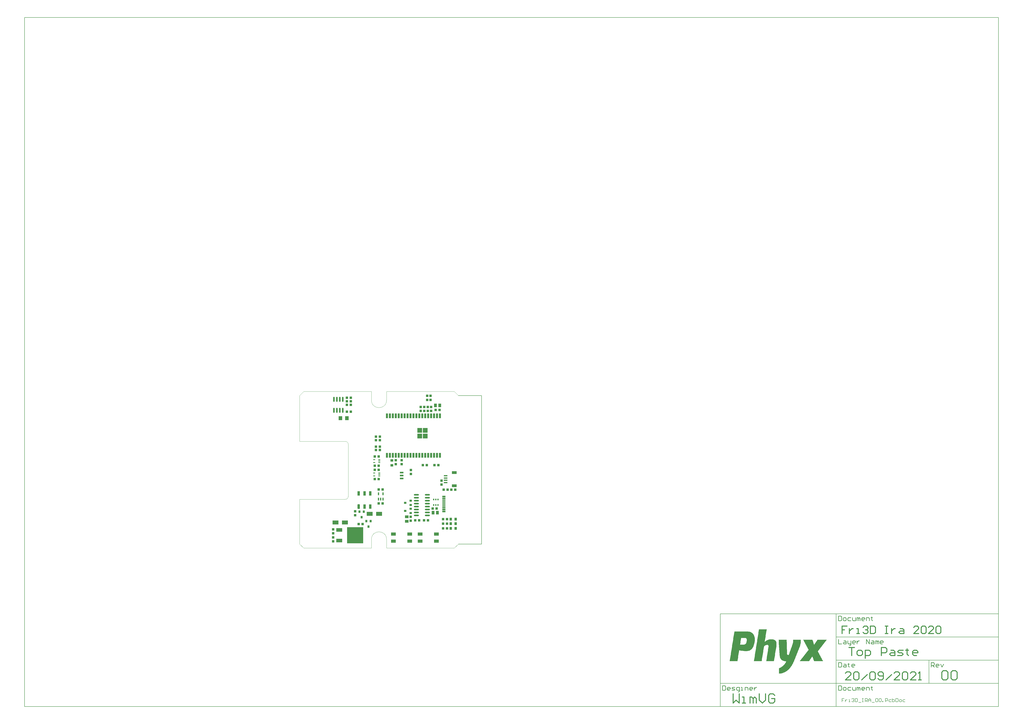
<source format=gtp>
G04*
G04 #@! TF.GenerationSoftware,Altium Limited,Altium Designer,21.7.0 (8)*
G04*
G04 Layer_Color=8421504*
%FSLAX25Y25*%
%MOIN*%
G70*
G04*
G04 #@! TF.SameCoordinates,1325804E-F4F0-4480-9AD4-437C1A0D12FC*
G04*
G04*
G04 #@! TF.FilePolarity,Positive*
G04*
G01*
G75*
%ADD10C,0.00591*%
%ADD11C,0.00984*%
%ADD12C,0.00787*%
%ADD13C,0.00394*%
%ADD14C,0.01575*%
%ADD16R,0.07874X0.07874*%
%ADD17R,0.04331X0.03937*%
%ADD18R,0.05906X0.03150*%
%ADD19O,0.02362X0.08661*%
%ADD20R,0.06299X0.07087*%
%ADD21R,0.03937X0.04331*%
%ADD22R,0.06102X0.02362*%
%ADD23R,0.07874X0.04724*%
%ADD24R,0.03347X0.03937*%
%ADD25R,0.03347X0.03937*%
%ADD26R,0.05118X0.05906*%
%ADD27R,0.03937X0.05118*%
%ADD28O,0.08661X0.02362*%
%ADD29R,0.03937X0.03347*%
%ADD30R,0.03937X0.03347*%
%ADD31R,0.05906X0.05118*%
%ADD32R,0.07874X0.05512*%
%ADD33R,0.03543X0.01575*%
%ADD34R,0.05118X0.03937*%
%ADD35R,0.02362X0.04528*%
%ADD36R,0.10236X0.06693*%
%ADD37R,0.09843X0.05906*%
%ADD38R,0.27559X0.27559*%
%ADD39R,0.04331X0.07677*%
G04:AMPARAMS|DCode=40|XSize=43.31mil|YSize=76.77mil|CornerRadius=10.83mil|HoleSize=0mil|Usage=FLASHONLY|Rotation=0.000|XOffset=0mil|YOffset=0mil|HoleType=Round|Shape=RoundedRectangle|*
%AMROUNDEDRECTD40*
21,1,0.04331,0.05512,0,0,0.0*
21,1,0.02165,0.07677,0,0,0.0*
1,1,0.02165,0.01083,-0.02756*
1,1,0.02165,-0.01083,-0.02756*
1,1,0.02165,-0.01083,0.02756*
1,1,0.02165,0.01083,0.02756*
%
%ADD40ROUNDEDRECTD40*%
%ADD41R,0.05709X0.01181*%
%ADD42R,0.02165X0.03150*%
%ADD43R,0.03543X0.07874*%
G36*
X761965Y-141778D02*
X763683D01*
Y-142065D01*
X764542D01*
Y-142351D01*
X765401D01*
Y-142637D01*
X766260D01*
Y-142924D01*
X766832D01*
Y-143210D01*
X767119D01*
Y-143496D01*
X767691D01*
Y-143783D01*
X767978D01*
Y-144069D01*
X768550D01*
Y-144355D01*
X768837D01*
Y-144641D01*
X769123D01*
Y-144928D01*
X769409D01*
Y-145214D01*
X769696D01*
Y-145501D01*
X769982D01*
Y-145787D01*
X770268D01*
Y-146073D01*
Y-146359D01*
X770554D01*
Y-146646D01*
X770841D01*
Y-146932D01*
Y-147218D01*
X771127D01*
Y-147505D01*
X771414D01*
Y-147791D01*
Y-148077D01*
X771700D01*
Y-148364D01*
Y-148650D01*
Y-148936D01*
X771986D01*
Y-149223D01*
Y-149509D01*
Y-149795D01*
X772272D01*
Y-150082D01*
Y-150368D01*
Y-150654D01*
Y-150940D01*
X772559D01*
Y-151227D01*
Y-151513D01*
Y-151799D01*
Y-152086D01*
Y-152372D01*
X772845D01*
Y-152658D01*
Y-152945D01*
Y-153231D01*
Y-153517D01*
Y-153804D01*
Y-154090D01*
Y-154376D01*
Y-154663D01*
Y-154949D01*
Y-155235D01*
Y-155521D01*
Y-155808D01*
Y-156094D01*
Y-156380D01*
Y-156667D01*
Y-156953D01*
Y-157239D01*
Y-157526D01*
Y-157812D01*
Y-158098D01*
X772559D01*
Y-158385D01*
Y-158671D01*
Y-158957D01*
Y-159244D01*
Y-159530D01*
Y-159816D01*
Y-160102D01*
X772272D01*
Y-160389D01*
Y-160675D01*
Y-160961D01*
Y-161248D01*
Y-161534D01*
X771986D01*
Y-161820D01*
Y-162107D01*
Y-162393D01*
Y-162679D01*
Y-162966D01*
X771700D01*
Y-163252D01*
Y-163538D01*
Y-163824D01*
X771414D01*
Y-164111D01*
Y-164397D01*
Y-164683D01*
Y-164970D01*
X771127D01*
Y-165256D01*
Y-165542D01*
Y-165829D01*
X770841D01*
Y-166115D01*
Y-166401D01*
X770554D01*
Y-166688D01*
Y-166974D01*
Y-167260D01*
X770268D01*
Y-167547D01*
Y-167833D01*
X769982D01*
Y-168119D01*
Y-168405D01*
X769696D01*
Y-168692D01*
Y-168978D01*
X769409D01*
Y-169264D01*
X769123D01*
Y-169551D01*
Y-169837D01*
X768837D01*
Y-170123D01*
X768550D01*
Y-170410D01*
X768264D01*
Y-170696D01*
Y-170982D01*
X767978D01*
Y-171269D01*
X767691D01*
Y-171555D01*
X767405D01*
Y-171841D01*
X767119D01*
Y-172127D01*
X766832D01*
Y-172414D01*
X766260D01*
Y-172700D01*
X765974D01*
Y-172986D01*
X765401D01*
Y-173273D01*
X765115D01*
Y-173559D01*
X764542D01*
Y-173845D01*
X763683D01*
Y-174132D01*
X762824D01*
Y-174418D01*
X761965D01*
Y-174704D01*
X760247D01*
Y-174991D01*
X755094D01*
Y-174704D01*
X752517D01*
Y-174418D01*
X750513D01*
Y-174132D01*
X749081D01*
Y-173845D01*
X747649D01*
Y-173559D01*
X746218D01*
Y-173845D01*
Y-174132D01*
Y-174418D01*
Y-174704D01*
Y-174991D01*
Y-175277D01*
Y-175563D01*
X745932D01*
Y-175850D01*
Y-176136D01*
Y-176422D01*
Y-176709D01*
Y-176995D01*
Y-177281D01*
X745645D01*
Y-177568D01*
Y-177854D01*
Y-178140D01*
Y-178426D01*
Y-178713D01*
Y-178999D01*
X745359D01*
Y-179285D01*
Y-179572D01*
Y-179858D01*
Y-180144D01*
Y-180431D01*
Y-180717D01*
Y-181003D01*
X745073D01*
Y-181290D01*
Y-181576D01*
Y-181862D01*
Y-182149D01*
Y-182435D01*
Y-182721D01*
X744786D01*
Y-183007D01*
Y-183294D01*
Y-183580D01*
Y-183866D01*
Y-184153D01*
Y-184439D01*
X744500D01*
Y-184725D01*
Y-185012D01*
Y-185298D01*
Y-185584D01*
Y-185871D01*
Y-186157D01*
Y-186443D01*
X744214D01*
Y-186730D01*
Y-187016D01*
Y-187302D01*
Y-187588D01*
Y-187875D01*
Y-188161D01*
X743927D01*
Y-188447D01*
Y-188734D01*
Y-189020D01*
Y-189306D01*
Y-189593D01*
Y-189879D01*
X743641D01*
Y-190165D01*
Y-190452D01*
Y-190738D01*
Y-191024D01*
Y-191311D01*
Y-191597D01*
Y-191883D01*
X730184D01*
Y-191597D01*
X730471D01*
Y-191311D01*
Y-191024D01*
Y-190738D01*
Y-190452D01*
Y-190165D01*
X730757D01*
Y-189879D01*
Y-189593D01*
Y-189306D01*
Y-189020D01*
Y-188734D01*
Y-188447D01*
Y-188161D01*
X731043D01*
Y-187875D01*
Y-187588D01*
Y-187302D01*
Y-187016D01*
Y-186730D01*
Y-186443D01*
X731330D01*
Y-186157D01*
Y-185871D01*
Y-185584D01*
Y-185298D01*
Y-185012D01*
Y-184725D01*
X731616D01*
Y-184439D01*
Y-184153D01*
Y-183866D01*
Y-183580D01*
Y-183294D01*
Y-183007D01*
Y-182721D01*
X731902D01*
Y-182435D01*
Y-182149D01*
Y-181862D01*
Y-181576D01*
Y-181290D01*
Y-181003D01*
X732189D01*
Y-180717D01*
Y-180431D01*
Y-180144D01*
Y-179858D01*
Y-179572D01*
Y-179285D01*
X732475D01*
Y-178999D01*
Y-178713D01*
Y-178426D01*
Y-178140D01*
Y-177854D01*
Y-177568D01*
X732761D01*
Y-177281D01*
Y-176995D01*
Y-176709D01*
Y-176422D01*
Y-176136D01*
Y-175850D01*
Y-175563D01*
X733047D01*
Y-175277D01*
Y-174991D01*
Y-174704D01*
Y-174418D01*
Y-174132D01*
Y-173845D01*
X733334D01*
Y-173559D01*
Y-173273D01*
Y-172986D01*
Y-172700D01*
Y-172414D01*
Y-172127D01*
X733620D01*
Y-171841D01*
Y-171555D01*
Y-171269D01*
Y-170982D01*
Y-170696D01*
Y-170410D01*
X733907D01*
Y-170123D01*
Y-169837D01*
Y-169551D01*
Y-169264D01*
Y-168978D01*
Y-168692D01*
Y-168405D01*
X734193D01*
Y-168119D01*
Y-167833D01*
Y-167547D01*
Y-167260D01*
Y-166974D01*
Y-166688D01*
X734479D01*
Y-166401D01*
Y-166115D01*
Y-165829D01*
Y-165542D01*
Y-165256D01*
Y-164970D01*
X734765D01*
Y-164683D01*
Y-164397D01*
Y-164111D01*
Y-163824D01*
Y-163538D01*
Y-163252D01*
Y-162966D01*
X735052D01*
Y-162679D01*
Y-162393D01*
Y-162107D01*
Y-161820D01*
Y-161534D01*
Y-161248D01*
X735338D01*
Y-160961D01*
Y-160675D01*
Y-160389D01*
Y-160102D01*
Y-159816D01*
Y-159530D01*
X735624D01*
Y-159244D01*
Y-158957D01*
Y-158671D01*
Y-158385D01*
Y-158098D01*
Y-157812D01*
X735911D01*
Y-157526D01*
Y-157239D01*
Y-156953D01*
Y-156667D01*
Y-156380D01*
Y-156094D01*
Y-155808D01*
X736197D01*
Y-155521D01*
Y-155235D01*
Y-154949D01*
Y-154663D01*
Y-154376D01*
Y-154090D01*
X736483D01*
Y-153804D01*
Y-153517D01*
Y-153231D01*
Y-152945D01*
Y-152658D01*
Y-152372D01*
X736770D01*
Y-152086D01*
Y-151799D01*
Y-151513D01*
Y-151227D01*
Y-150940D01*
Y-150654D01*
Y-150368D01*
X737056D01*
Y-150082D01*
Y-149795D01*
Y-149509D01*
Y-149223D01*
Y-148936D01*
Y-148650D01*
X737342D01*
Y-148364D01*
Y-148077D01*
Y-147791D01*
Y-147505D01*
Y-147218D01*
Y-146932D01*
X737629D01*
Y-146646D01*
Y-146359D01*
Y-146073D01*
Y-145787D01*
Y-145501D01*
Y-145214D01*
Y-144928D01*
X737915D01*
Y-144641D01*
Y-144355D01*
Y-144069D01*
Y-143783D01*
Y-143496D01*
Y-143210D01*
X738201D01*
Y-142924D01*
Y-142637D01*
Y-142351D01*
Y-142065D01*
Y-141778D01*
Y-141492D01*
X761965D01*
Y-141778D01*
D02*
G37*
G36*
X793173Y-138343D02*
Y-138629D01*
X792887D01*
Y-138915D01*
Y-139202D01*
Y-139488D01*
Y-139774D01*
Y-140060D01*
Y-140347D01*
X792601D01*
Y-140633D01*
Y-140919D01*
Y-141206D01*
Y-141492D01*
Y-141778D01*
Y-142065D01*
X792314D01*
Y-142351D01*
Y-142637D01*
Y-142924D01*
Y-143210D01*
Y-143496D01*
Y-143783D01*
Y-144069D01*
X792028D01*
Y-144355D01*
Y-144641D01*
Y-144928D01*
Y-145214D01*
Y-145501D01*
Y-145787D01*
X791742D01*
Y-146073D01*
Y-146359D01*
Y-146646D01*
Y-146932D01*
Y-147218D01*
Y-147505D01*
X791455D01*
Y-147791D01*
Y-148077D01*
Y-148364D01*
Y-148650D01*
Y-148936D01*
Y-149223D01*
Y-149509D01*
X791169D01*
Y-149795D01*
Y-150082D01*
Y-150368D01*
Y-150654D01*
Y-150940D01*
Y-151227D01*
X790883D01*
Y-151513D01*
Y-151799D01*
Y-152086D01*
Y-152372D01*
Y-152658D01*
Y-152945D01*
X790596D01*
Y-153231D01*
Y-153517D01*
Y-153804D01*
Y-154090D01*
Y-154376D01*
Y-154663D01*
X790310D01*
Y-154949D01*
Y-155235D01*
Y-155521D01*
Y-155808D01*
Y-156094D01*
Y-156380D01*
Y-156667D01*
X790024D01*
Y-156953D01*
Y-157239D01*
Y-157526D01*
Y-157812D01*
Y-158098D01*
Y-158385D01*
X789738D01*
Y-158671D01*
Y-158957D01*
X790310D01*
Y-158671D01*
X790596D01*
Y-158385D01*
X790883D01*
Y-158098D01*
X791455D01*
Y-157812D01*
X791742D01*
Y-157526D01*
X792028D01*
Y-157239D01*
X792601D01*
Y-156953D01*
X793173D01*
Y-156667D01*
X793460D01*
Y-156380D01*
X794032D01*
Y-156094D01*
X794891D01*
Y-155808D01*
X795464D01*
Y-155521D01*
X796323D01*
Y-155235D01*
X797754D01*
Y-154949D01*
X804053D01*
Y-155235D01*
X805198D01*
Y-155521D01*
X806057D01*
Y-155808D01*
X806630D01*
Y-156094D01*
X806916D01*
Y-156380D01*
X807489D01*
Y-156667D01*
X807775D01*
Y-156953D01*
X808062D01*
Y-157239D01*
X808348D01*
Y-157526D01*
X808634D01*
Y-157812D01*
Y-158098D01*
X808920D01*
Y-158385D01*
Y-158671D01*
X809207D01*
Y-158957D01*
Y-159244D01*
Y-159530D01*
X809493D01*
Y-159816D01*
Y-160102D01*
Y-160389D01*
Y-160675D01*
X809779D01*
Y-160961D01*
Y-161248D01*
Y-161534D01*
Y-161820D01*
Y-162107D01*
Y-162393D01*
Y-162679D01*
Y-162966D01*
Y-163252D01*
Y-163538D01*
Y-163824D01*
Y-164111D01*
Y-164397D01*
Y-164683D01*
Y-164970D01*
Y-165256D01*
Y-165542D01*
Y-165829D01*
X809493D01*
Y-166115D01*
Y-166401D01*
Y-166688D01*
Y-166974D01*
Y-167260D01*
Y-167547D01*
Y-167833D01*
X809207D01*
Y-168119D01*
Y-168405D01*
Y-168692D01*
Y-168978D01*
Y-169264D01*
Y-169551D01*
Y-169837D01*
X808920D01*
Y-170123D01*
Y-170410D01*
Y-170696D01*
Y-170982D01*
Y-171269D01*
Y-171555D01*
X808634D01*
Y-171841D01*
Y-172127D01*
Y-172414D01*
Y-172700D01*
Y-172986D01*
Y-173273D01*
X808348D01*
Y-173559D01*
Y-173845D01*
Y-174132D01*
Y-174418D01*
Y-174704D01*
Y-174991D01*
X808062D01*
Y-175277D01*
Y-175563D01*
Y-175850D01*
Y-176136D01*
Y-176422D01*
Y-176709D01*
Y-176995D01*
X807775D01*
Y-177281D01*
Y-177568D01*
Y-177854D01*
Y-178140D01*
Y-178426D01*
Y-178713D01*
X807489D01*
Y-178999D01*
Y-179285D01*
Y-179572D01*
Y-179858D01*
Y-180144D01*
Y-180431D01*
X807203D01*
Y-180717D01*
Y-181003D01*
Y-181290D01*
Y-181576D01*
Y-181862D01*
Y-182149D01*
Y-182435D01*
X806916D01*
Y-182721D01*
Y-183007D01*
Y-183294D01*
Y-183580D01*
Y-183866D01*
Y-184153D01*
X806630D01*
Y-184439D01*
Y-184725D01*
Y-185012D01*
Y-185298D01*
Y-185584D01*
Y-185871D01*
X806344D01*
Y-186157D01*
Y-186443D01*
Y-186730D01*
Y-187016D01*
Y-187302D01*
Y-187588D01*
X806057D01*
Y-187875D01*
Y-188161D01*
Y-188447D01*
Y-188734D01*
Y-189020D01*
Y-189306D01*
Y-189593D01*
X805771D01*
Y-189879D01*
Y-190165D01*
Y-190452D01*
Y-190738D01*
Y-191024D01*
Y-191311D01*
X805485D01*
Y-191597D01*
Y-191883D01*
X792314D01*
Y-191597D01*
Y-191311D01*
X792601D01*
Y-191024D01*
Y-190738D01*
Y-190452D01*
Y-190165D01*
Y-189879D01*
Y-189593D01*
X792887D01*
Y-189306D01*
Y-189020D01*
Y-188734D01*
Y-188447D01*
Y-188161D01*
Y-187875D01*
Y-187588D01*
X793173D01*
Y-187302D01*
Y-187016D01*
Y-186730D01*
Y-186443D01*
Y-186157D01*
Y-185871D01*
X793460D01*
Y-185584D01*
Y-185298D01*
Y-185012D01*
Y-184725D01*
Y-184439D01*
Y-184153D01*
X793746D01*
Y-183866D01*
Y-183580D01*
Y-183294D01*
Y-183007D01*
Y-182721D01*
Y-182435D01*
Y-182149D01*
X794032D01*
Y-181862D01*
Y-181576D01*
Y-181290D01*
Y-181003D01*
Y-180717D01*
Y-180431D01*
X794318D01*
Y-180144D01*
Y-179858D01*
Y-179572D01*
Y-179285D01*
Y-178999D01*
Y-178713D01*
Y-178426D01*
X794605D01*
Y-178140D01*
Y-177854D01*
Y-177568D01*
Y-177281D01*
Y-176995D01*
Y-176709D01*
X794891D01*
Y-176422D01*
Y-176136D01*
Y-175850D01*
Y-175563D01*
Y-175277D01*
Y-174991D01*
X795177D01*
Y-174704D01*
Y-174418D01*
Y-174132D01*
Y-173845D01*
Y-173559D01*
Y-173273D01*
X795464D01*
Y-172986D01*
Y-172700D01*
Y-172414D01*
Y-172127D01*
Y-171841D01*
Y-171555D01*
Y-171269D01*
X795750D01*
Y-170982D01*
Y-170696D01*
Y-170410D01*
Y-170123D01*
Y-169837D01*
Y-169551D01*
X796036D01*
Y-169264D01*
Y-168978D01*
Y-168692D01*
Y-168405D01*
Y-168119D01*
Y-167833D01*
Y-167547D01*
X796323D01*
Y-167260D01*
Y-166974D01*
Y-166688D01*
Y-166401D01*
Y-166115D01*
Y-165829D01*
X796036D01*
Y-165542D01*
Y-165256D01*
X795750D01*
Y-164970D01*
X795464D01*
Y-164683D01*
X794891D01*
Y-164397D01*
X793173D01*
Y-164683D01*
X791742D01*
Y-164970D01*
X790883D01*
Y-165256D01*
X790310D01*
Y-165542D01*
X790024D01*
Y-165829D01*
X789451D01*
Y-166115D01*
X789165D01*
Y-166401D01*
X788878D01*
Y-166688D01*
Y-166974D01*
X788592D01*
Y-167260D01*
Y-167547D01*
Y-167833D01*
X788306D01*
Y-168119D01*
Y-168405D01*
Y-168692D01*
Y-168978D01*
Y-169264D01*
Y-169551D01*
X788020D01*
Y-169837D01*
Y-170123D01*
Y-170410D01*
Y-170696D01*
Y-170982D01*
Y-171269D01*
Y-171555D01*
X787733D01*
Y-171841D01*
Y-172127D01*
Y-172414D01*
Y-172700D01*
Y-172986D01*
Y-173273D01*
X787447D01*
Y-173559D01*
Y-173845D01*
Y-174132D01*
Y-174418D01*
Y-174704D01*
Y-174991D01*
X787161D01*
Y-175277D01*
Y-175563D01*
Y-175850D01*
Y-176136D01*
Y-176422D01*
Y-176709D01*
X786874D01*
Y-176995D01*
Y-177281D01*
Y-177568D01*
Y-177854D01*
Y-178140D01*
Y-178426D01*
Y-178713D01*
X786588D01*
Y-178999D01*
Y-179285D01*
Y-179572D01*
Y-179858D01*
Y-180144D01*
Y-180431D01*
X786302D01*
Y-180717D01*
Y-181003D01*
Y-181290D01*
Y-181576D01*
Y-181862D01*
Y-182149D01*
X786015D01*
Y-182435D01*
Y-182721D01*
Y-183007D01*
Y-183294D01*
Y-183580D01*
Y-183866D01*
Y-184153D01*
X785729D01*
Y-184439D01*
Y-184725D01*
Y-185012D01*
Y-185298D01*
Y-185584D01*
Y-185871D01*
X785443D01*
Y-186157D01*
Y-186443D01*
Y-186730D01*
Y-187016D01*
Y-187302D01*
Y-187588D01*
X785156D01*
Y-187875D01*
Y-188161D01*
Y-188447D01*
Y-188734D01*
Y-189020D01*
Y-189306D01*
X784870D01*
Y-189593D01*
Y-189879D01*
Y-190165D01*
Y-190452D01*
Y-190738D01*
Y-191024D01*
Y-191311D01*
X784584D01*
Y-191597D01*
Y-191883D01*
X771414D01*
Y-191597D01*
Y-191311D01*
X771700D01*
Y-191024D01*
Y-190738D01*
Y-190452D01*
Y-190165D01*
Y-189879D01*
Y-189593D01*
Y-189306D01*
X771986D01*
Y-189020D01*
Y-188734D01*
Y-188447D01*
Y-188161D01*
Y-187875D01*
Y-187588D01*
X772272D01*
Y-187302D01*
Y-187016D01*
Y-186730D01*
Y-186443D01*
Y-186157D01*
Y-185871D01*
X772559D01*
Y-185584D01*
Y-185298D01*
Y-185012D01*
Y-184725D01*
Y-184439D01*
Y-184153D01*
Y-183866D01*
X772845D01*
Y-183580D01*
Y-183294D01*
Y-183007D01*
Y-182721D01*
Y-182435D01*
Y-182149D01*
X773131D01*
Y-181862D01*
Y-181576D01*
Y-181290D01*
Y-181003D01*
Y-180717D01*
Y-180431D01*
X773418D01*
Y-180144D01*
Y-179858D01*
Y-179572D01*
Y-179285D01*
Y-178999D01*
Y-178713D01*
X773704D01*
Y-178426D01*
Y-178140D01*
Y-177854D01*
Y-177568D01*
Y-177281D01*
Y-176995D01*
Y-176709D01*
X773990D01*
Y-176422D01*
Y-176136D01*
Y-175850D01*
Y-175563D01*
Y-175277D01*
Y-174991D01*
X774277D01*
Y-174704D01*
Y-174418D01*
Y-174132D01*
Y-173845D01*
Y-173559D01*
Y-173273D01*
X774563D01*
Y-172986D01*
Y-172700D01*
Y-172414D01*
Y-172127D01*
Y-171841D01*
Y-171555D01*
Y-171269D01*
X774849D01*
Y-170982D01*
Y-170696D01*
Y-170410D01*
Y-170123D01*
Y-169837D01*
Y-169551D01*
X775136D01*
Y-169264D01*
Y-168978D01*
Y-168692D01*
Y-168405D01*
Y-168119D01*
Y-167833D01*
X775422D01*
Y-167547D01*
Y-167260D01*
Y-166974D01*
Y-166688D01*
Y-166401D01*
Y-166115D01*
X775708D01*
Y-165829D01*
Y-165542D01*
Y-165256D01*
Y-164970D01*
Y-164683D01*
Y-164397D01*
Y-164111D01*
X775994D01*
Y-163824D01*
Y-163538D01*
Y-163252D01*
Y-162966D01*
Y-162679D01*
Y-162393D01*
X776281D01*
Y-162107D01*
Y-161820D01*
Y-161534D01*
Y-161248D01*
Y-160961D01*
Y-160675D01*
X776567D01*
Y-160389D01*
Y-160102D01*
Y-159816D01*
Y-159530D01*
Y-159244D01*
Y-158957D01*
X776853D01*
Y-158671D01*
Y-158385D01*
Y-158098D01*
Y-157812D01*
Y-157526D01*
Y-157239D01*
Y-156953D01*
X777140D01*
Y-156667D01*
Y-156380D01*
Y-156094D01*
Y-155808D01*
Y-155521D01*
Y-155235D01*
X777426D01*
Y-154949D01*
Y-154663D01*
Y-154376D01*
Y-154090D01*
Y-153804D01*
Y-153517D01*
X777712D01*
Y-153231D01*
Y-152945D01*
Y-152658D01*
Y-152372D01*
Y-152086D01*
Y-151799D01*
Y-151513D01*
X777999D01*
Y-151227D01*
Y-150940D01*
Y-150654D01*
Y-150368D01*
Y-150082D01*
Y-149795D01*
X778285D01*
Y-149509D01*
Y-149223D01*
Y-148936D01*
Y-148650D01*
Y-148364D01*
Y-148077D01*
X778571D01*
Y-147791D01*
Y-147505D01*
Y-147218D01*
Y-146932D01*
Y-146646D01*
Y-146359D01*
X778858D01*
Y-146073D01*
Y-145787D01*
Y-145501D01*
Y-145214D01*
Y-144928D01*
Y-144641D01*
Y-144355D01*
X779144D01*
Y-144069D01*
Y-143783D01*
Y-143496D01*
Y-143210D01*
Y-142924D01*
Y-142637D01*
X779430D01*
Y-142351D01*
Y-142065D01*
Y-141778D01*
Y-141492D01*
Y-141206D01*
Y-140919D01*
X779716D01*
Y-140633D01*
Y-140347D01*
Y-140060D01*
Y-139774D01*
Y-139488D01*
Y-139202D01*
Y-138915D01*
X780003D01*
Y-138629D01*
Y-138343D01*
Y-138056D01*
X793173D01*
Y-138343D01*
D02*
G37*
G36*
X895101Y-155808D02*
X894814D01*
Y-156094D01*
X894528D01*
Y-156380D01*
Y-156667D01*
X894242D01*
Y-156953D01*
X893955D01*
Y-157239D01*
X893669D01*
Y-157526D01*
Y-157812D01*
X893383D01*
Y-158098D01*
X893096D01*
Y-158385D01*
X892810D01*
Y-158671D01*
X892524D01*
Y-158957D01*
Y-159244D01*
X892237D01*
Y-159530D01*
X891951D01*
Y-159816D01*
X891665D01*
Y-160102D01*
Y-160389D01*
X891378D01*
Y-160675D01*
X891092D01*
Y-160961D01*
X890806D01*
Y-161248D01*
X890520D01*
Y-161534D01*
Y-161820D01*
X890233D01*
Y-162107D01*
X889947D01*
Y-162393D01*
X889661D01*
Y-162679D01*
Y-162966D01*
X889374D01*
Y-163252D01*
X889088D01*
Y-163538D01*
X888802D01*
Y-163824D01*
Y-164111D01*
X888515D01*
Y-164397D01*
X888229D01*
Y-164683D01*
X887943D01*
Y-164970D01*
X887656D01*
Y-165256D01*
Y-165542D01*
X887370D01*
Y-165829D01*
X887084D01*
Y-166115D01*
X886798D01*
Y-166401D01*
Y-166688D01*
X886511D01*
Y-166974D01*
X886225D01*
Y-167260D01*
X885939D01*
Y-167547D01*
Y-167833D01*
X885652D01*
Y-168119D01*
X885366D01*
Y-168405D01*
X885080D01*
Y-168692D01*
X884793D01*
Y-168978D01*
Y-169264D01*
X884507D01*
Y-169551D01*
X884221D01*
Y-169837D01*
X883934D01*
Y-170123D01*
Y-170410D01*
X883648D01*
Y-170696D01*
X883362D01*
Y-170982D01*
X883076D01*
Y-171269D01*
Y-171555D01*
X882789D01*
Y-171841D01*
X882503D01*
Y-172127D01*
X882216D01*
Y-172414D01*
X881930D01*
Y-172700D01*
Y-172986D01*
X881644D01*
Y-173273D01*
X881358D01*
Y-173559D01*
X881071D01*
Y-173845D01*
Y-174132D01*
X880785D01*
Y-174418D01*
X880499D01*
Y-174704D01*
X880212D01*
Y-174991D01*
X879926D01*
Y-175277D01*
Y-175563D01*
X880212D01*
Y-175850D01*
Y-176136D01*
X880499D01*
Y-176422D01*
Y-176709D01*
X880785D01*
Y-176995D01*
X881071D01*
Y-177281D01*
Y-177568D01*
X881358D01*
Y-177854D01*
Y-178140D01*
X881644D01*
Y-178426D01*
Y-178713D01*
X881930D01*
Y-178999D01*
Y-179285D01*
X882216D01*
Y-179572D01*
Y-179858D01*
X882503D01*
Y-180144D01*
Y-180431D01*
X882789D01*
Y-180717D01*
Y-181003D01*
X883076D01*
Y-181290D01*
Y-181576D01*
X883362D01*
Y-181862D01*
X883648D01*
Y-182149D01*
Y-182435D01*
X883934D01*
Y-182721D01*
Y-183007D01*
X884221D01*
Y-183294D01*
Y-183580D01*
X884507D01*
Y-183866D01*
Y-184153D01*
X884793D01*
Y-184439D01*
Y-184725D01*
X885080D01*
Y-185012D01*
Y-185298D01*
X885366D01*
Y-185584D01*
Y-185871D01*
X885652D01*
Y-186157D01*
X885939D01*
Y-186443D01*
Y-186730D01*
X886225D01*
Y-187016D01*
Y-187302D01*
X886511D01*
Y-187588D01*
Y-187875D01*
X886798D01*
Y-188161D01*
Y-188447D01*
X887084D01*
Y-188734D01*
Y-189020D01*
X887370D01*
Y-189306D01*
Y-189593D01*
X887656D01*
Y-189879D01*
Y-190165D01*
X887943D01*
Y-190452D01*
X888229D01*
Y-190738D01*
Y-191024D01*
X888515D01*
Y-191311D01*
Y-191597D01*
X888802D01*
Y-191883D01*
X873627D01*
Y-191597D01*
X873341D01*
Y-191311D01*
Y-191024D01*
Y-190738D01*
X873055D01*
Y-190452D01*
Y-190165D01*
Y-189879D01*
X872768D01*
Y-189593D01*
Y-189306D01*
X872482D01*
Y-189020D01*
Y-188734D01*
Y-188447D01*
X872196D01*
Y-188161D01*
Y-187875D01*
Y-187588D01*
X871909D01*
Y-187302D01*
Y-187016D01*
X871623D01*
Y-186730D01*
Y-186443D01*
Y-186157D01*
X871337D01*
Y-185871D01*
Y-185584D01*
Y-185298D01*
X871050D01*
Y-185012D01*
Y-184725D01*
Y-184439D01*
X870764D01*
Y-184153D01*
X870191D01*
Y-184439D01*
Y-184725D01*
X869905D01*
Y-185012D01*
X869619D01*
Y-185298D01*
Y-185584D01*
X869332D01*
Y-185871D01*
X869046D01*
Y-186157D01*
Y-186443D01*
X868760D01*
Y-186730D01*
X868474D01*
Y-187016D01*
Y-187302D01*
X868187D01*
Y-187588D01*
X867901D01*
Y-187875D01*
X867615D01*
Y-188161D01*
Y-188447D01*
X867328D01*
Y-188734D01*
X867042D01*
Y-189020D01*
Y-189306D01*
X866756D01*
Y-189593D01*
X866469D01*
Y-189879D01*
Y-190165D01*
X866183D01*
Y-190452D01*
X865897D01*
Y-190738D01*
Y-191024D01*
X865610D01*
Y-191311D01*
X865324D01*
Y-191597D01*
Y-191883D01*
X849290D01*
Y-191597D01*
X849577D01*
Y-191311D01*
X849863D01*
Y-191024D01*
X850150D01*
Y-190738D01*
X850436D01*
Y-190452D01*
Y-190165D01*
X850722D01*
Y-189879D01*
X851008D01*
Y-189593D01*
X851295D01*
Y-189306D01*
X851581D01*
Y-189020D01*
Y-188734D01*
X851867D01*
Y-188447D01*
X852154D01*
Y-188161D01*
X852440D01*
Y-187875D01*
Y-187588D01*
X852726D01*
Y-187302D01*
X853013D01*
Y-187016D01*
X853299D01*
Y-186730D01*
X853585D01*
Y-186443D01*
Y-186157D01*
X853872D01*
Y-185871D01*
X854158D01*
Y-185584D01*
X854444D01*
Y-185298D01*
X854731D01*
Y-185012D01*
Y-184725D01*
X855017D01*
Y-184439D01*
X855303D01*
Y-184153D01*
X855589D01*
Y-183866D01*
Y-183580D01*
X855876D01*
Y-183294D01*
X856162D01*
Y-183007D01*
X856448D01*
Y-182721D01*
X856735D01*
Y-182435D01*
Y-182149D01*
X857021D01*
Y-181862D01*
X857307D01*
Y-181576D01*
X857594D01*
Y-181290D01*
Y-181003D01*
X857880D01*
Y-180717D01*
X858166D01*
Y-180431D01*
X858453D01*
Y-180144D01*
X858739D01*
Y-179858D01*
Y-179572D01*
X859025D01*
Y-179285D01*
X859311D01*
Y-178999D01*
X859598D01*
Y-178713D01*
Y-178426D01*
X859884D01*
Y-178140D01*
X860170D01*
Y-177854D01*
X860457D01*
Y-177568D01*
X860743D01*
Y-177281D01*
Y-176995D01*
X861029D01*
Y-176709D01*
X861316D01*
Y-176422D01*
X861602D01*
Y-176136D01*
X861888D01*
Y-175850D01*
Y-175563D01*
X862175D01*
Y-175277D01*
X862461D01*
Y-174991D01*
X862747D01*
Y-174704D01*
Y-174418D01*
X863034D01*
Y-174132D01*
X863320D01*
Y-173845D01*
X863606D01*
Y-173559D01*
X863892D01*
Y-173273D01*
Y-172986D01*
X864179D01*
Y-172700D01*
Y-172414D01*
Y-172127D01*
X863892D01*
Y-171841D01*
X863606D01*
Y-171555D01*
Y-171269D01*
X863320D01*
Y-170982D01*
Y-170696D01*
X863034D01*
Y-170410D01*
Y-170123D01*
X862747D01*
Y-169837D01*
Y-169551D01*
X862461D01*
Y-169264D01*
Y-168978D01*
X862175D01*
Y-168692D01*
Y-168405D01*
X861888D01*
Y-168119D01*
X861602D01*
Y-167833D01*
Y-167547D01*
X861316D01*
Y-167260D01*
Y-166974D01*
X861029D01*
Y-166688D01*
Y-166401D01*
X860743D01*
Y-166115D01*
Y-165829D01*
X860457D01*
Y-165542D01*
Y-165256D01*
X860170D01*
Y-164970D01*
Y-164683D01*
X859884D01*
Y-164397D01*
X859598D01*
Y-164111D01*
Y-163824D01*
X859311D01*
Y-163538D01*
Y-163252D01*
X859025D01*
Y-162966D01*
Y-162679D01*
X858739D01*
Y-162393D01*
Y-162107D01*
X858453D01*
Y-161820D01*
Y-161534D01*
X858166D01*
Y-161248D01*
Y-160961D01*
X857880D01*
Y-160675D01*
Y-160389D01*
X857594D01*
Y-160102D01*
X857307D01*
Y-159816D01*
Y-159530D01*
X857021D01*
Y-159244D01*
Y-158957D01*
X856735D01*
Y-158671D01*
Y-158385D01*
X856448D01*
Y-158098D01*
Y-157812D01*
X856162D01*
Y-157526D01*
Y-157239D01*
X855876D01*
Y-156953D01*
Y-156667D01*
X855589D01*
Y-156380D01*
X855303D01*
Y-156094D01*
Y-155808D01*
X855017D01*
Y-155521D01*
X870764D01*
Y-155808D01*
X871050D01*
Y-156094D01*
Y-156380D01*
Y-156667D01*
X871337D01*
Y-156953D01*
Y-157239D01*
Y-157526D01*
X871623D01*
Y-157812D01*
Y-158098D01*
Y-158385D01*
X871909D01*
Y-158671D01*
Y-158957D01*
Y-159244D01*
X872196D01*
Y-159530D01*
Y-159816D01*
Y-160102D01*
X872482D01*
Y-160389D01*
Y-160675D01*
Y-160961D01*
X872768D01*
Y-161248D01*
Y-161534D01*
Y-161820D01*
X873055D01*
Y-162107D01*
Y-162393D01*
Y-162679D01*
X873341D01*
Y-162966D01*
Y-163252D01*
Y-163538D01*
Y-163824D01*
X873913D01*
Y-163538D01*
X874200D01*
Y-163252D01*
X874486D01*
Y-162966D01*
Y-162679D01*
X874772D01*
Y-162393D01*
X875059D01*
Y-162107D01*
Y-161820D01*
X875345D01*
Y-161534D01*
X875631D01*
Y-161248D01*
Y-160961D01*
X875918D01*
Y-160675D01*
X876204D01*
Y-160389D01*
Y-160102D01*
X876490D01*
Y-159816D01*
X876777D01*
Y-159530D01*
Y-159244D01*
X877063D01*
Y-158957D01*
X877349D01*
Y-158671D01*
Y-158385D01*
X877635D01*
Y-158098D01*
X877922D01*
Y-157812D01*
Y-157526D01*
X878208D01*
Y-157239D01*
X878494D01*
Y-156953D01*
Y-156667D01*
X878781D01*
Y-156380D01*
X879067D01*
Y-156094D01*
Y-155808D01*
X879353D01*
Y-155521D01*
X895101D01*
Y-155808D01*
D02*
G37*
G36*
X851008D02*
Y-156094D01*
Y-156380D01*
Y-156667D01*
Y-156953D01*
Y-157239D01*
Y-157526D01*
Y-157812D01*
Y-158098D01*
Y-158385D01*
Y-158671D01*
Y-158957D01*
Y-159244D01*
Y-159530D01*
Y-159816D01*
Y-160102D01*
Y-160389D01*
Y-160675D01*
Y-160961D01*
Y-161248D01*
Y-161534D01*
X850722D01*
Y-161820D01*
Y-162107D01*
Y-162393D01*
Y-162679D01*
Y-162966D01*
X850436D01*
Y-163252D01*
Y-163538D01*
Y-163824D01*
Y-164111D01*
X850150D01*
Y-164397D01*
Y-164683D01*
Y-164970D01*
Y-165256D01*
X849863D01*
Y-165542D01*
Y-165829D01*
Y-166115D01*
X849577D01*
Y-166401D01*
Y-166688D01*
Y-166974D01*
X849290D01*
Y-167260D01*
Y-167547D01*
Y-167833D01*
X849004D01*
Y-168119D01*
Y-168405D01*
Y-168692D01*
X848718D01*
Y-168978D01*
Y-169264D01*
X848432D01*
Y-169551D01*
Y-169837D01*
X848145D01*
Y-170123D01*
Y-170410D01*
Y-170696D01*
X847859D01*
Y-170982D01*
Y-171269D01*
X847573D01*
Y-171555D01*
Y-171841D01*
Y-172127D01*
X847286D01*
Y-172414D01*
Y-172700D01*
X847000D01*
Y-172986D01*
Y-173273D01*
Y-173559D01*
X846714D01*
Y-173845D01*
Y-174132D01*
X846427D01*
Y-174418D01*
Y-174704D01*
Y-174991D01*
X846141D01*
Y-175277D01*
Y-175563D01*
X845855D01*
Y-175850D01*
Y-176136D01*
Y-176422D01*
X845568D01*
Y-176709D01*
Y-176995D01*
X845282D01*
Y-177281D01*
Y-177568D01*
Y-177854D01*
X844996D01*
Y-178140D01*
Y-178426D01*
X844709D01*
Y-178713D01*
Y-178999D01*
Y-179285D01*
X844423D01*
Y-179572D01*
Y-179858D01*
X844137D01*
Y-180144D01*
Y-180431D01*
Y-180717D01*
X843851D01*
Y-181003D01*
Y-181290D01*
X843564D01*
Y-181576D01*
Y-181862D01*
Y-182149D01*
X843278D01*
Y-182435D01*
Y-182721D01*
X842992D01*
Y-183007D01*
Y-183294D01*
Y-183580D01*
X842705D01*
Y-183866D01*
Y-184153D01*
X842419D01*
Y-184439D01*
Y-184725D01*
Y-185012D01*
X842133D01*
Y-185298D01*
Y-185584D01*
X841846D01*
Y-185871D01*
Y-186157D01*
Y-186443D01*
X841560D01*
Y-186730D01*
Y-187016D01*
X841274D01*
Y-187302D01*
Y-187588D01*
Y-187875D01*
X840987D01*
Y-188161D01*
Y-188447D01*
X840701D01*
Y-188734D01*
Y-189020D01*
Y-189306D01*
X840415D01*
Y-189593D01*
Y-189879D01*
X840129D01*
Y-190165D01*
Y-190452D01*
Y-190738D01*
X839842D01*
Y-191024D01*
Y-191311D01*
X839556D01*
Y-191597D01*
Y-191883D01*
Y-192169D01*
X839270D01*
Y-192456D01*
Y-192742D01*
X838983D01*
Y-193028D01*
Y-193315D01*
X838697D01*
Y-193601D01*
Y-193887D01*
X838411D01*
Y-194174D01*
Y-194460D01*
Y-194746D01*
X838124D01*
Y-195033D01*
X837838D01*
Y-195319D01*
Y-195605D01*
Y-195891D01*
X837552D01*
Y-196178D01*
X837265D01*
Y-196464D01*
Y-196750D01*
X836979D01*
Y-197037D01*
Y-197323D01*
X836693D01*
Y-197609D01*
Y-197896D01*
X836407D01*
Y-198182D01*
Y-198468D01*
X836120D01*
Y-198755D01*
X835834D01*
Y-199041D01*
Y-199327D01*
X835548D01*
Y-199614D01*
Y-199900D01*
X835261D01*
Y-200186D01*
X834975D01*
Y-200472D01*
X834689D01*
Y-200759D01*
Y-201045D01*
X834402D01*
Y-201331D01*
X834116D01*
Y-201618D01*
Y-201904D01*
X833830D01*
Y-202190D01*
X833543D01*
Y-202477D01*
X833257D01*
Y-202763D01*
Y-203049D01*
X832971D01*
Y-203336D01*
X832684D01*
Y-203622D01*
X832398D01*
Y-203908D01*
X832112D01*
Y-204195D01*
X831826D01*
Y-204481D01*
Y-204767D01*
X831539D01*
Y-205053D01*
X831253D01*
Y-205340D01*
X830966D01*
Y-205626D01*
X830680D01*
Y-205912D01*
X830394D01*
Y-206199D01*
X830108D01*
Y-206485D01*
X829821D01*
Y-206771D01*
X829249D01*
Y-207058D01*
X828962D01*
Y-207344D01*
X828676D01*
Y-207630D01*
X828390D01*
Y-207917D01*
X828103D01*
Y-208203D01*
X827531D01*
Y-208489D01*
X827244D01*
Y-208776D01*
X826672D01*
Y-209062D01*
X826385D01*
Y-209348D01*
X825813D01*
Y-209634D01*
X825527D01*
Y-209921D01*
X824954D01*
Y-210207D01*
X824381D01*
Y-210493D01*
X823809D01*
Y-210780D01*
X823236D01*
Y-211066D01*
X822663D01*
Y-211352D01*
X821805D01*
Y-211639D01*
X821232D01*
Y-211925D01*
X820373D01*
Y-212211D01*
X819228D01*
Y-212498D01*
X818082D01*
Y-212784D01*
X816365D01*
Y-213070D01*
X814360D01*
Y-213357D01*
X814074D01*
Y-213070D01*
Y-212784D01*
Y-212498D01*
Y-212211D01*
Y-211925D01*
Y-211639D01*
Y-211352D01*
Y-211066D01*
Y-210780D01*
Y-210493D01*
Y-210207D01*
Y-209921D01*
Y-209634D01*
Y-209348D01*
Y-209062D01*
Y-208776D01*
Y-208489D01*
Y-208203D01*
Y-207917D01*
Y-207630D01*
Y-207344D01*
Y-207058D01*
Y-206771D01*
Y-206485D01*
Y-206199D01*
Y-205912D01*
Y-205626D01*
Y-205340D01*
Y-205053D01*
Y-204767D01*
Y-204481D01*
Y-204195D01*
Y-203908D01*
X814647D01*
Y-203622D01*
X815219D01*
Y-203336D01*
X815792D01*
Y-203049D01*
X816365D01*
Y-202763D01*
X816937D01*
Y-202477D01*
X817510D01*
Y-202190D01*
X817796D01*
Y-201904D01*
X818369D01*
Y-201618D01*
X818655D01*
Y-201331D01*
X819228D01*
Y-201045D01*
X819514D01*
Y-200759D01*
X819800D01*
Y-200472D01*
X820373D01*
Y-200186D01*
X820659D01*
Y-199900D01*
X820946D01*
Y-199614D01*
X821232D01*
Y-199327D01*
X821518D01*
Y-199041D01*
X821805D01*
Y-198755D01*
X822091D01*
Y-198468D01*
X822377D01*
Y-198182D01*
X822663D01*
Y-197896D01*
X822950D01*
Y-197609D01*
X823236D01*
Y-197323D01*
X823522D01*
Y-197037D01*
Y-196750D01*
X823809D01*
Y-196464D01*
X824095D01*
Y-196178D01*
X824381D01*
Y-195891D01*
Y-195605D01*
X824668D01*
Y-195319D01*
X824954D01*
Y-195033D01*
Y-194746D01*
X825240D01*
Y-194460D01*
Y-194174D01*
X825527D01*
Y-193887D01*
X825813D01*
Y-193601D01*
Y-193315D01*
X826099D01*
Y-193028D01*
Y-192742D01*
X826385D01*
Y-192456D01*
Y-192169D01*
X824668D01*
Y-191883D01*
X822663D01*
Y-191597D01*
X821518D01*
Y-191311D01*
X820946D01*
Y-191024D01*
X820087D01*
Y-190738D01*
X819514D01*
Y-190452D01*
X819228D01*
Y-190165D01*
X818655D01*
Y-189879D01*
X818369D01*
Y-189593D01*
X818082D01*
Y-189306D01*
X817796D01*
Y-189020D01*
X817510D01*
Y-188734D01*
X817223D01*
Y-188447D01*
Y-188161D01*
X816937D01*
Y-187875D01*
X816651D01*
Y-187588D01*
Y-187302D01*
X816365D01*
Y-187016D01*
Y-186730D01*
X816078D01*
Y-186443D01*
Y-186157D01*
X815792D01*
Y-185871D01*
Y-185584D01*
Y-185298D01*
X815506D01*
Y-185012D01*
Y-184725D01*
Y-184439D01*
Y-184153D01*
X815219D01*
Y-183866D01*
Y-183580D01*
Y-183294D01*
Y-183007D01*
Y-182721D01*
Y-182435D01*
Y-182149D01*
X814933D01*
Y-181862D01*
Y-181576D01*
Y-181290D01*
Y-181003D01*
Y-180717D01*
Y-180431D01*
Y-180144D01*
Y-179858D01*
Y-179572D01*
Y-179285D01*
Y-178999D01*
Y-178713D01*
Y-178426D01*
Y-178140D01*
Y-177854D01*
X814647D01*
Y-177568D01*
Y-177281D01*
Y-176995D01*
Y-176709D01*
Y-176422D01*
Y-176136D01*
Y-175850D01*
Y-175563D01*
Y-175277D01*
Y-174991D01*
Y-174704D01*
Y-174418D01*
Y-174132D01*
Y-173845D01*
Y-173559D01*
X814360D01*
Y-173273D01*
Y-172986D01*
Y-172700D01*
Y-172414D01*
Y-172127D01*
Y-171841D01*
Y-171555D01*
Y-171269D01*
Y-170982D01*
Y-170696D01*
Y-170410D01*
Y-170123D01*
Y-169837D01*
Y-169551D01*
Y-169264D01*
Y-168978D01*
X814074D01*
Y-168692D01*
Y-168405D01*
Y-168119D01*
Y-167833D01*
Y-167547D01*
Y-167260D01*
Y-166974D01*
Y-166688D01*
Y-166401D01*
Y-166115D01*
Y-165829D01*
Y-165542D01*
Y-165256D01*
Y-164970D01*
Y-164683D01*
Y-164397D01*
X813788D01*
Y-164111D01*
Y-163824D01*
Y-163538D01*
Y-163252D01*
Y-162966D01*
Y-162679D01*
Y-162393D01*
Y-162107D01*
Y-161820D01*
Y-161534D01*
Y-161248D01*
Y-160961D01*
Y-160675D01*
Y-160389D01*
X813501D01*
Y-160102D01*
Y-159816D01*
Y-159530D01*
Y-159244D01*
Y-158957D01*
Y-158671D01*
Y-158385D01*
Y-158098D01*
Y-157812D01*
Y-157526D01*
Y-157239D01*
Y-156953D01*
Y-156667D01*
Y-156380D01*
Y-156094D01*
Y-155808D01*
X813215D01*
Y-155521D01*
X826958D01*
Y-155808D01*
Y-156094D01*
Y-156380D01*
Y-156667D01*
Y-156953D01*
Y-157239D01*
Y-157526D01*
Y-157812D01*
Y-158098D01*
Y-158385D01*
Y-158671D01*
Y-158957D01*
Y-159244D01*
Y-159530D01*
X827244D01*
Y-159816D01*
Y-160102D01*
Y-160389D01*
Y-160675D01*
Y-160961D01*
Y-161248D01*
Y-161534D01*
Y-161820D01*
Y-162107D01*
Y-162393D01*
Y-162679D01*
Y-162966D01*
Y-163252D01*
Y-163538D01*
Y-163824D01*
Y-164111D01*
Y-164397D01*
Y-164683D01*
Y-164970D01*
Y-165256D01*
Y-165542D01*
Y-165829D01*
Y-166115D01*
Y-166401D01*
Y-166688D01*
Y-166974D01*
Y-167260D01*
Y-167547D01*
Y-167833D01*
Y-168119D01*
Y-168405D01*
Y-168692D01*
Y-168978D01*
Y-169264D01*
Y-169551D01*
Y-169837D01*
Y-170123D01*
Y-170410D01*
Y-170696D01*
Y-170982D01*
Y-171269D01*
X827531D01*
Y-171555D01*
X827244D01*
Y-171841D01*
Y-172127D01*
X827531D01*
Y-172414D01*
Y-172700D01*
Y-172986D01*
Y-173273D01*
Y-173559D01*
Y-173845D01*
Y-174132D01*
Y-174418D01*
Y-174704D01*
Y-174991D01*
Y-175277D01*
Y-175563D01*
Y-175850D01*
Y-176136D01*
Y-176422D01*
Y-176709D01*
Y-176995D01*
Y-177281D01*
Y-177568D01*
Y-177854D01*
Y-178140D01*
Y-178426D01*
Y-178713D01*
Y-178999D01*
Y-179285D01*
Y-179572D01*
X827817D01*
Y-179858D01*
Y-180144D01*
Y-180431D01*
X828103D01*
Y-180717D01*
X828390D01*
Y-181003D01*
X828676D01*
Y-181290D01*
X829535D01*
Y-181576D01*
X830394D01*
Y-181290D01*
X830680D01*
Y-181003D01*
Y-180717D01*
Y-180431D01*
X830966D01*
Y-180144D01*
Y-179858D01*
X831253D01*
Y-179572D01*
Y-179285D01*
Y-178999D01*
X831539D01*
Y-178713D01*
Y-178426D01*
Y-178140D01*
X831826D01*
Y-177854D01*
Y-177568D01*
Y-177281D01*
X832112D01*
Y-176995D01*
Y-176709D01*
Y-176422D01*
X832398D01*
Y-176136D01*
Y-175850D01*
X832684D01*
Y-175563D01*
Y-175277D01*
Y-174991D01*
X832971D01*
Y-174704D01*
Y-174418D01*
Y-174132D01*
X833257D01*
Y-173845D01*
Y-173559D01*
Y-173273D01*
X833543D01*
Y-172986D01*
Y-172700D01*
X833830D01*
Y-172414D01*
Y-172127D01*
Y-171841D01*
X834116D01*
Y-171555D01*
Y-171269D01*
Y-170982D01*
X834402D01*
Y-170696D01*
Y-170410D01*
Y-170123D01*
X834689D01*
Y-169837D01*
Y-169551D01*
X834975D01*
Y-169264D01*
Y-168978D01*
Y-168692D01*
X835261D01*
Y-168405D01*
Y-168119D01*
Y-167833D01*
X835548D01*
Y-167547D01*
Y-167260D01*
Y-166974D01*
X835834D01*
Y-166688D01*
Y-166401D01*
X836120D01*
Y-166115D01*
Y-165829D01*
Y-165542D01*
X836407D01*
Y-165256D01*
Y-164970D01*
Y-164683D01*
X836693D01*
Y-164397D01*
Y-164111D01*
Y-163824D01*
X836979D01*
Y-163538D01*
Y-163252D01*
Y-162966D01*
Y-162679D01*
X837265D01*
Y-162393D01*
Y-162107D01*
Y-161820D01*
Y-161534D01*
X837552D01*
Y-161248D01*
Y-160961D01*
Y-160675D01*
Y-160389D01*
Y-160102D01*
X837838D01*
Y-159816D01*
Y-159530D01*
Y-159244D01*
Y-158957D01*
Y-158671D01*
Y-158385D01*
X838124D01*
Y-158098D01*
Y-157812D01*
Y-157526D01*
Y-157239D01*
Y-156953D01*
Y-156667D01*
Y-156380D01*
Y-156094D01*
Y-155808D01*
Y-155521D01*
X851008D01*
Y-155808D01*
D02*
G37*
%LPC*%
G36*
X757670Y-152658D02*
X749654D01*
Y-152945D01*
Y-153231D01*
Y-153517D01*
Y-153804D01*
Y-154090D01*
X749367D01*
Y-154376D01*
Y-154663D01*
Y-154949D01*
Y-155235D01*
Y-155521D01*
Y-155808D01*
X749081D01*
Y-156094D01*
Y-156380D01*
Y-156667D01*
Y-156953D01*
Y-157239D01*
Y-157526D01*
X748795D01*
Y-157812D01*
Y-158098D01*
Y-158385D01*
Y-158671D01*
Y-158957D01*
Y-159244D01*
X748508D01*
Y-159530D01*
Y-159816D01*
Y-160102D01*
Y-160389D01*
Y-160675D01*
Y-160961D01*
Y-161248D01*
X748222D01*
Y-161534D01*
Y-161820D01*
Y-162107D01*
Y-162393D01*
Y-162679D01*
Y-162966D01*
X747936D01*
Y-163252D01*
Y-163538D01*
Y-163824D01*
X755094D01*
Y-163538D01*
X756239D01*
Y-163252D01*
X756812D01*
Y-162966D01*
X757098D01*
Y-162679D01*
X757384D01*
Y-162393D01*
X757670D01*
Y-162107D01*
X757957D01*
Y-161820D01*
Y-161534D01*
X758243D01*
Y-161248D01*
Y-160961D01*
X758529D01*
Y-160675D01*
Y-160389D01*
X758816D01*
Y-160102D01*
Y-159816D01*
Y-159530D01*
Y-159244D01*
X759102D01*
Y-158957D01*
Y-158671D01*
Y-158385D01*
Y-158098D01*
Y-157812D01*
X759388D01*
Y-157526D01*
Y-157239D01*
Y-156953D01*
Y-156667D01*
Y-156380D01*
Y-156094D01*
Y-155808D01*
Y-155521D01*
Y-155235D01*
Y-154949D01*
Y-154663D01*
X759102D01*
Y-154376D01*
Y-154090D01*
X758816D01*
Y-153804D01*
Y-153517D01*
X758529D01*
Y-153231D01*
X758243D01*
Y-152945D01*
X757670D01*
Y-152658D01*
D02*
G37*
%LPD*%
D10*
X269685Y6890D02*
X309055D01*
Y258858D01*
X269685D02*
X309055D01*
D11*
X1072449Y-202012D02*
Y-194141D01*
X1076384D01*
X1077696Y-195452D01*
Y-198076D01*
X1076384Y-199388D01*
X1072449D01*
X1075072D02*
X1077696Y-202012D01*
X1084256D02*
X1081632D01*
X1080320Y-200700D01*
Y-198076D01*
X1081632Y-196764D01*
X1084256D01*
X1085568Y-198076D01*
Y-199388D01*
X1080320D01*
X1088192Y-196764D02*
X1090815Y-202012D01*
X1093439Y-196764D01*
X718118Y-233511D02*
Y-241382D01*
X722053D01*
X723365Y-240070D01*
Y-234823D01*
X722053Y-233511D01*
X718118D01*
X729925Y-241382D02*
X727301D01*
X725989Y-240070D01*
Y-237446D01*
X727301Y-236134D01*
X729925D01*
X731237Y-237446D01*
Y-238758D01*
X725989D01*
X733861Y-241382D02*
X737796D01*
X739108Y-240070D01*
X737796Y-238758D01*
X735173D01*
X733861Y-237446D01*
X735173Y-236134D01*
X739108D01*
X744356Y-244006D02*
X745668D01*
X746980Y-242694D01*
Y-236134D01*
X743044D01*
X741732Y-237446D01*
Y-240070D01*
X743044Y-241382D01*
X746980D01*
X749604D02*
X752227D01*
X750916D01*
Y-236134D01*
X749604D01*
X756163Y-241382D02*
Y-236134D01*
X760099D01*
X761411Y-237446D01*
Y-241382D01*
X767971D02*
X765347D01*
X764035Y-240070D01*
Y-237446D01*
X765347Y-236134D01*
X767971D01*
X769282Y-237446D01*
Y-238758D01*
X764035D01*
X771906Y-236134D02*
Y-241382D01*
Y-238758D01*
X773218Y-237446D01*
X774530Y-236134D01*
X775842D01*
X914968Y-115400D02*
Y-123272D01*
X918904D01*
X920216Y-121960D01*
Y-116712D01*
X918904Y-115400D01*
X914968D01*
X924152Y-123272D02*
X926775D01*
X928087Y-121960D01*
Y-119336D01*
X926775Y-118024D01*
X924152D01*
X922840Y-119336D01*
Y-121960D01*
X924152Y-123272D01*
X935959Y-118024D02*
X932023D01*
X930711Y-119336D01*
Y-121960D01*
X932023Y-123272D01*
X935959D01*
X938583Y-118024D02*
Y-121960D01*
X939894Y-123272D01*
X943830D01*
Y-118024D01*
X946454Y-123272D02*
Y-118024D01*
X947766D01*
X949078Y-119336D01*
Y-123272D01*
Y-119336D01*
X950390Y-118024D01*
X951702Y-119336D01*
Y-123272D01*
X958261D02*
X955637D01*
X954326Y-121960D01*
Y-119336D01*
X955637Y-118024D01*
X958261D01*
X959573Y-119336D01*
Y-120648D01*
X954326D01*
X962197Y-123272D02*
Y-118024D01*
X966133D01*
X967445Y-119336D01*
Y-123272D01*
X971381Y-116712D02*
Y-118024D01*
X970068D01*
X972692D01*
X971381D01*
Y-121960D01*
X972692Y-123272D01*
X914968Y-154770D02*
Y-162642D01*
X920216D01*
X924152Y-157394D02*
X926775D01*
X928087Y-158706D01*
Y-162642D01*
X924152D01*
X922840Y-161330D01*
X924152Y-160018D01*
X928087D01*
X930711Y-157394D02*
Y-161330D01*
X932023Y-162642D01*
X935959D01*
Y-163954D01*
X934647Y-165266D01*
X933335D01*
X935959Y-162642D02*
Y-157394D01*
X942518Y-162642D02*
X939894D01*
X938583Y-161330D01*
Y-158706D01*
X939894Y-157394D01*
X942518D01*
X943830Y-158706D01*
Y-160018D01*
X938583D01*
X946454Y-157394D02*
Y-162642D01*
Y-160018D01*
X947766Y-158706D01*
X949078Y-157394D01*
X950390D01*
X962197Y-162642D02*
Y-154770D01*
X967445Y-162642D01*
Y-154770D01*
X971381Y-157394D02*
X974004D01*
X975316Y-158706D01*
Y-162642D01*
X971381D01*
X970068Y-161330D01*
X971381Y-160018D01*
X975316D01*
X977940Y-162642D02*
Y-157394D01*
X979252D01*
X980564Y-158706D01*
Y-162642D01*
Y-158706D01*
X981876Y-157394D01*
X983188Y-158706D01*
Y-162642D01*
X989747D02*
X987123D01*
X985812Y-161330D01*
Y-158706D01*
X987123Y-157394D01*
X989747D01*
X991059Y-158706D01*
Y-160018D01*
X985812D01*
X914968Y-194141D02*
Y-202012D01*
X918904D01*
X920216Y-200700D01*
Y-195452D01*
X918904Y-194141D01*
X914968D01*
X924152Y-196764D02*
X926775D01*
X928087Y-198076D01*
Y-202012D01*
X924152D01*
X922840Y-200700D01*
X924152Y-199388D01*
X928087D01*
X932023Y-195452D02*
Y-196764D01*
X930711D01*
X933335D01*
X932023D01*
Y-200700D01*
X933335Y-202012D01*
X941206D02*
X938583D01*
X937271Y-200700D01*
Y-198076D01*
X938583Y-196764D01*
X941206D01*
X942518Y-198076D01*
Y-199388D01*
X937271D01*
X914968Y-233511D02*
Y-241382D01*
X918904D01*
X920216Y-240070D01*
Y-234823D01*
X918904Y-233511D01*
X914968D01*
X924152Y-241382D02*
X926775D01*
X928087Y-240070D01*
Y-237446D01*
X926775Y-236134D01*
X924152D01*
X922840Y-237446D01*
Y-240070D01*
X924152Y-241382D01*
X935959Y-236134D02*
X932023D01*
X930711Y-237446D01*
Y-240070D01*
X932023Y-241382D01*
X935959D01*
X938583Y-236134D02*
Y-240070D01*
X939894Y-241382D01*
X943830D01*
Y-236134D01*
X946454Y-241382D02*
Y-236134D01*
X947766D01*
X949078Y-237446D01*
Y-241382D01*
Y-237446D01*
X950390Y-236134D01*
X951702Y-237446D01*
Y-241382D01*
X958261D02*
X955637D01*
X954326Y-240070D01*
Y-237446D01*
X955637Y-236134D01*
X958261D01*
X959573Y-237446D01*
Y-238758D01*
X954326D01*
X962197Y-241382D02*
Y-236134D01*
X966133D01*
X967445Y-237446D01*
Y-241382D01*
X971381Y-234823D02*
Y-236134D01*
X970068D01*
X972692D01*
X971381D01*
Y-240070D01*
X972692Y-241382D01*
D12*
X1068511Y-229571D02*
Y-190201D01*
X911031Y-150831D02*
X1186622D01*
X911031Y-190201D02*
X1186622D01*
X714181Y-229571D02*
X1186622D01*
X714181Y-111461D02*
X1186622D01*
X714181Y-268941D02*
Y-111461D01*
X911031Y-268941D02*
Y-111461D01*
X-466922Y900350D02*
X1186622D01*
Y-268941D02*
Y900350D01*
X-466922Y-268941D02*
Y900350D01*
Y-268941D02*
X1186622D01*
X924809Y-255164D02*
X920874D01*
Y-258115D01*
X922842D01*
X920874D01*
Y-261067D01*
X926777Y-257131D02*
Y-261067D01*
Y-259099D01*
X927761Y-258115D01*
X928745Y-257131D01*
X929729D01*
X932681Y-261067D02*
X934649D01*
X933665D01*
Y-257131D01*
X932681D01*
X937601Y-256147D02*
X938585Y-255164D01*
X940552D01*
X941536Y-256147D01*
Y-257131D01*
X940552Y-258115D01*
X939568D01*
X940552D01*
X941536Y-259099D01*
Y-260083D01*
X940552Y-261067D01*
X938585D01*
X937601Y-260083D01*
X943504Y-255164D02*
Y-261067D01*
X946456D01*
X947440Y-260083D01*
Y-256147D01*
X946456Y-255164D01*
X943504D01*
X949408Y-262051D02*
X953343D01*
X955311Y-255164D02*
X957279D01*
X956295D01*
Y-261067D01*
X955311D01*
X957279D01*
X960231D02*
Y-255164D01*
X963183D01*
X964167Y-256147D01*
Y-258115D01*
X963183Y-259099D01*
X960231D01*
X962199D02*
X964167Y-261067D01*
X966135D02*
Y-257131D01*
X968102Y-255164D01*
X970070Y-257131D01*
Y-261067D01*
Y-258115D01*
X966135D01*
X972038Y-262051D02*
X975974D01*
X977942Y-256147D02*
X978926Y-255164D01*
X980894D01*
X981878Y-256147D01*
Y-260083D01*
X980894Y-261067D01*
X978926D01*
X977942Y-260083D01*
Y-256147D01*
X983845D02*
X984829Y-255164D01*
X986797D01*
X987781Y-256147D01*
Y-260083D01*
X986797Y-261067D01*
X984829D01*
X983845Y-260083D01*
Y-256147D01*
X989749Y-261067D02*
Y-260083D01*
X990733D01*
Y-261067D01*
X989749D01*
X994669D02*
Y-255164D01*
X997620D01*
X998604Y-256147D01*
Y-258115D01*
X997620Y-259099D01*
X994669D01*
X1004508Y-257131D02*
X1001556D01*
X1000572Y-258115D01*
Y-260083D01*
X1001556Y-261067D01*
X1004508D01*
X1006476Y-255164D02*
Y-261067D01*
X1009428D01*
X1010412Y-260083D01*
Y-259099D01*
Y-258115D01*
X1009428Y-257131D01*
X1006476D01*
X1012379Y-255164D02*
Y-261067D01*
X1015331D01*
X1016315Y-260083D01*
Y-256147D01*
X1015331Y-255164D01*
X1012379D01*
X1019267Y-261067D02*
X1021235D01*
X1022219Y-260083D01*
Y-258115D01*
X1021235Y-257131D01*
X1019267D01*
X1018283Y-258115D01*
Y-260083D01*
X1019267Y-261067D01*
X1028122Y-257131D02*
X1025171D01*
X1024187Y-258115D01*
Y-260083D01*
X1025171Y-261067D01*
X1028122D01*
D13*
X82677Y176102D02*
G03*
X77677Y181102I-5000J0D01*
G01*
Y82677D02*
G03*
X82677Y87677I0J5000D01*
G01*
X122047Y250984D02*
G03*
X147638Y250984I12795J0D01*
G01*
X147638Y14764D02*
G03*
X122047Y14764I-12795J0D01*
G01*
X-0Y181102D02*
Y258858D01*
X-0Y6890D02*
Y82677D01*
X-0Y181102D02*
X77677Y181102D01*
X82677Y87677D02*
Y176102D01*
X-0Y82677D02*
X77677Y82677D01*
X147638Y250984D02*
Y265748D01*
X122047Y250984D02*
Y265748D01*
X6890Y265748D02*
X122047D01*
X147638Y265748D02*
X262795Y265748D01*
X147638Y-0D02*
X262795Y-0D01*
X6890D02*
X122047D01*
Y-0D02*
Y14764D01*
X147638Y-0D02*
Y14764D01*
X269685Y258858D02*
X269685D01*
X262795Y265748D02*
X269685Y258858D01*
X262795Y0D02*
X269685Y6890D01*
X0Y6890D02*
X6890Y0D01*
X0Y258858D02*
X6890Y265748D01*
D14*
X932685Y-168552D02*
X941868D01*
X937276D01*
Y-182327D01*
X948756D02*
X953347D01*
X955643Y-180031D01*
Y-175439D01*
X953347Y-173144D01*
X948756D01*
X946460Y-175439D01*
Y-180031D01*
X948756Y-182327D01*
X960235Y-186919D02*
Y-173144D01*
X967122D01*
X969418Y-175439D01*
Y-180031D01*
X967122Y-182327D01*
X960235D01*
X987785D02*
Y-168552D01*
X994673D01*
X996968Y-170848D01*
Y-175439D01*
X994673Y-177735D01*
X987785D01*
X1003856Y-173144D02*
X1008448D01*
X1010744Y-175439D01*
Y-182327D01*
X1003856D01*
X1001560Y-180031D01*
X1003856Y-177735D01*
X1010744D01*
X1015335Y-182327D02*
X1022223D01*
X1024519Y-180031D01*
X1022223Y-177735D01*
X1017631D01*
X1015335Y-175439D01*
X1017631Y-173144D01*
X1024519D01*
X1031406Y-170848D02*
Y-173144D01*
X1029110D01*
X1033702D01*
X1031406D01*
Y-180031D01*
X1033702Y-182327D01*
X1047477D02*
X1042885D01*
X1040590Y-180031D01*
Y-175439D01*
X1042885Y-173144D01*
X1047477D01*
X1049773Y-175439D01*
Y-177735D01*
X1040590D01*
X735834Y-247293D02*
Y-263036D01*
X741082Y-257788D01*
X746330Y-263036D01*
Y-247293D01*
X751577Y-263036D02*
X756825D01*
X754201D01*
Y-252540D01*
X751577D01*
X764696Y-263036D02*
Y-252540D01*
X767320D01*
X769944Y-255164D01*
Y-263036D01*
Y-255164D01*
X772568Y-252540D01*
X775192Y-255164D01*
Y-263036D01*
X780439Y-247293D02*
Y-257788D01*
X785687Y-263036D01*
X790935Y-257788D01*
Y-247293D01*
X806678Y-249917D02*
X804054Y-247293D01*
X798806D01*
X796182Y-249917D01*
Y-260412D01*
X798806Y-263036D01*
X804054D01*
X806678Y-260412D01*
Y-255164D01*
X801430D01*
X1090165Y-210546D02*
X1092789Y-207923D01*
X1098036D01*
X1100660Y-210546D01*
Y-221042D01*
X1098036Y-223665D01*
X1092789D01*
X1090165Y-221042D01*
Y-210546D01*
X1105908D02*
X1108532Y-207923D01*
X1113779D01*
X1116403Y-210546D01*
Y-221042D01*
X1113779Y-223665D01*
X1108532D01*
X1105908Y-221042D01*
Y-210546D01*
X935963Y-223665D02*
X926779D01*
X935963Y-214482D01*
Y-212186D01*
X933667Y-209890D01*
X929075D01*
X926779Y-212186D01*
X940554D02*
X942850Y-209890D01*
X947442D01*
X949738Y-212186D01*
Y-221370D01*
X947442Y-223665D01*
X942850D01*
X940554Y-221370D01*
Y-212186D01*
X954329Y-223665D02*
X963513Y-214482D01*
X968104Y-212186D02*
X970400Y-209890D01*
X974992D01*
X977288Y-212186D01*
Y-221370D01*
X974992Y-223665D01*
X970400D01*
X968104Y-221370D01*
Y-212186D01*
X981880Y-221370D02*
X984175Y-223665D01*
X988767D01*
X991063Y-221370D01*
Y-212186D01*
X988767Y-209890D01*
X984175D01*
X981880Y-212186D01*
Y-214482D01*
X984175Y-216778D01*
X991063D01*
X995655Y-223665D02*
X1004838Y-214482D01*
X1018613Y-223665D02*
X1009430D01*
X1018613Y-214482D01*
Y-212186D01*
X1016317Y-209890D01*
X1011726D01*
X1009430Y-212186D01*
X1023205D02*
X1025501Y-209890D01*
X1030092D01*
X1032388Y-212186D01*
Y-221370D01*
X1030092Y-223665D01*
X1025501D01*
X1023205Y-221370D01*
Y-212186D01*
X1046163Y-223665D02*
X1036980D01*
X1046163Y-214482D01*
Y-212186D01*
X1043867Y-209890D01*
X1039276D01*
X1036980Y-212186D01*
X1050755Y-223665D02*
X1055347D01*
X1053051D01*
Y-209890D01*
X1050755Y-212186D01*
X929270Y-132331D02*
X920874D01*
Y-138628D01*
X925072D01*
X920874D01*
Y-144925D01*
X933468Y-136529D02*
Y-144925D01*
Y-140727D01*
X935567Y-138628D01*
X937666Y-136529D01*
X939765D01*
X946062Y-144925D02*
X950261D01*
X948162D01*
Y-136529D01*
X946062D01*
X956558Y-134430D02*
X958657Y-132331D01*
X962855D01*
X964954Y-134430D01*
Y-136529D01*
X962855Y-138628D01*
X960756D01*
X962855D01*
X964954Y-140727D01*
Y-142826D01*
X962855Y-144925D01*
X958657D01*
X956558Y-142826D01*
X969152Y-132331D02*
Y-144925D01*
X975449D01*
X977548Y-142826D01*
Y-134430D01*
X975449Y-132331D01*
X969152D01*
X994341D02*
X998539D01*
X996440D01*
Y-144925D01*
X994341D01*
X998539D01*
X1004836Y-136529D02*
Y-144925D01*
Y-140727D01*
X1006935Y-138628D01*
X1009034Y-136529D01*
X1011133D01*
X1019530D02*
X1023728D01*
X1025827Y-138628D01*
Y-144925D01*
X1019530D01*
X1017430Y-142826D01*
X1019530Y-140727D01*
X1025827D01*
X1051015Y-144925D02*
X1042619D01*
X1051015Y-136529D01*
Y-134430D01*
X1048916Y-132331D01*
X1044718D01*
X1042619Y-134430D01*
X1055214D02*
X1057313Y-132331D01*
X1061511D01*
X1063610Y-134430D01*
Y-142826D01*
X1061511Y-144925D01*
X1057313D01*
X1055214Y-142826D01*
Y-134430D01*
X1076204Y-144925D02*
X1067808D01*
X1076204Y-136529D01*
Y-134430D01*
X1074105Y-132331D01*
X1069907D01*
X1067808Y-134430D01*
X1080402D02*
X1082501Y-132331D01*
X1086699D01*
X1088799Y-134430D01*
Y-142826D01*
X1086699Y-144925D01*
X1082501D01*
X1080402Y-142826D01*
Y-134430D01*
D16*
X203974Y199607D02*
D03*
X203974Y190155D02*
D03*
X213421Y190157D02*
D03*
X213424Y199605D02*
D03*
D17*
X136221Y188977D02*
D03*
X129528D02*
D03*
X136221Y183071D02*
D03*
X129528Y183071D02*
D03*
X136221Y172244D02*
D03*
X129528D02*
D03*
X136221Y166339D02*
D03*
X129528Y166339D02*
D03*
X257678Y99213D02*
D03*
X264370Y99213D02*
D03*
X80315Y254922D02*
D03*
X87008Y254922D02*
D03*
X80315Y249016D02*
D03*
X87008Y249016D02*
D03*
X87008Y243110D02*
D03*
X80315Y243110D02*
D03*
X80315Y231299D02*
D03*
X87008Y231299D02*
D03*
X215945Y140748D02*
D03*
X209252Y140748D02*
D03*
X228937Y140748D02*
D03*
X235630Y140748D02*
D03*
X196456Y47244D02*
D03*
X203149D02*
D03*
X217914Y47244D02*
D03*
X211221Y47244D02*
D03*
X243701Y49212D02*
D03*
X250393D02*
D03*
X243701Y33464D02*
D03*
X250393Y33464D02*
D03*
X243701Y41338D02*
D03*
X250393D02*
D03*
X134252Y155511D02*
D03*
X127559D02*
D03*
Y139763D02*
D03*
X134252Y139763D02*
D03*
X134252Y132874D02*
D03*
X127559D02*
D03*
X127559Y117126D02*
D03*
X134252Y117126D02*
D03*
X134449Y99409D02*
D03*
X141141D02*
D03*
X134449Y75787D02*
D03*
X141141D02*
D03*
X107087Y40748D02*
D03*
X100394Y40748D02*
D03*
X225984Y66929D02*
D03*
X232677D02*
D03*
X244685Y99212D02*
D03*
X251378D02*
D03*
X230905Y234252D02*
D03*
X237598D02*
D03*
D18*
X173228Y128032D02*
D03*
Y123031D02*
D03*
Y118032D02*
D03*
D19*
X73445Y252559D02*
D03*
X68445D02*
D03*
X63445D02*
D03*
X58445D02*
D03*
X73445Y233661D02*
D03*
X68445D02*
D03*
X63445D02*
D03*
X58445D02*
D03*
D20*
X69291Y220472D02*
D03*
X80315D02*
D03*
D21*
X241141Y114567D02*
D03*
X241141Y107874D02*
D03*
X188583Y46259D02*
D03*
X188583Y52952D02*
D03*
X211614Y239567D02*
D03*
X211614Y232874D02*
D03*
X223426Y239567D02*
D03*
X223426Y232874D02*
D03*
X217520Y239567D02*
D03*
Y232874D02*
D03*
X205709Y239567D02*
D03*
X205709Y232874D02*
D03*
X173228Y142323D02*
D03*
Y149016D02*
D03*
X163385Y142323D02*
D03*
X163385Y149016D02*
D03*
X188976Y132284D02*
D03*
X188976Y125591D02*
D03*
X94488Y62402D02*
D03*
X94488Y55709D02*
D03*
X57087Y11417D02*
D03*
Y18110D02*
D03*
X57086Y31890D02*
D03*
Y25197D02*
D03*
X222441Y258267D02*
D03*
Y251574D02*
D03*
X216536D02*
D03*
X216536Y258267D02*
D03*
D22*
X247933Y118898D02*
D03*
Y111024D02*
D03*
Y114961D02*
D03*
Y122835D02*
D03*
D23*
X262795Y105905D02*
D03*
X262795Y127953D02*
D03*
D24*
X120669Y45866D02*
D03*
X116929Y36417D02*
D03*
X105315Y52362D02*
D03*
X109055Y61811D02*
D03*
D25*
X113189Y45866D02*
D03*
X101575Y61811D02*
D03*
D26*
X230512Y242126D02*
D03*
X237992Y242126D02*
D03*
X226575Y60039D02*
D03*
X234055D02*
D03*
D27*
X264961Y49213D02*
D03*
X256693D02*
D03*
Y33465D02*
D03*
X264961D02*
D03*
X256693Y41339D02*
D03*
X264961D02*
D03*
D28*
X198228Y60335D02*
D03*
Y55335D02*
D03*
Y65335D02*
D03*
X198228Y70335D02*
D03*
X198228Y75335D02*
D03*
Y80335D02*
D03*
X198228Y90335D02*
D03*
X198228Y85335D02*
D03*
X217126Y90335D02*
D03*
Y75335D02*
D03*
Y80335D02*
D03*
Y85335D02*
D03*
Y70335D02*
D03*
Y65335D02*
D03*
Y60335D02*
D03*
X217126Y55335D02*
D03*
D29*
X179331Y76772D02*
D03*
X188779Y73032D02*
D03*
X179331Y62992D02*
D03*
X188779Y59252D02*
D03*
D30*
X188779Y80512D02*
D03*
Y66732D02*
D03*
D31*
X181890Y45472D02*
D03*
Y52953D02*
D03*
D32*
X204724Y23622D02*
D03*
X232283D02*
D03*
X204724Y11811D02*
D03*
X232283D02*
D03*
X159449Y23622D02*
D03*
X187008D02*
D03*
X159449Y11811D02*
D03*
X187008D02*
D03*
D33*
X135236Y145079D02*
D03*
X135236Y147638D02*
D03*
X135236Y150197D02*
D03*
X126575D02*
D03*
Y145079D02*
D03*
X135236Y122441D02*
D03*
X135236Y125000D02*
D03*
X135236Y127559D02*
D03*
X126575D02*
D03*
Y122441D02*
D03*
D34*
X156496Y140551D02*
D03*
X156496Y148819D02*
D03*
D35*
X134055Y92224D02*
D03*
X141535Y92224D02*
D03*
Y82973D02*
D03*
X137795D02*
D03*
X134055D02*
D03*
D36*
X118898Y58071D02*
D03*
X135039D02*
D03*
X60827Y43307D02*
D03*
X76968D02*
D03*
D37*
X67323Y30709D02*
D03*
Y12598D02*
D03*
D38*
X94488Y21654D02*
D03*
D39*
X100394Y92815D02*
D03*
X120079D02*
D03*
X110236D02*
D03*
Y70571D02*
D03*
X120079D02*
D03*
D40*
X100394D02*
D03*
D41*
X244892Y61516D02*
D03*
X244892Y62697D02*
D03*
X244892Y86910D02*
D03*
X244892Y88091D02*
D03*
X244892Y84842D02*
D03*
X244892Y83661D02*
D03*
Y81693D02*
D03*
X244892Y79724D02*
D03*
Y77756D02*
D03*
Y75787D02*
D03*
Y73819D02*
D03*
Y71850D02*
D03*
Y69882D02*
D03*
Y67913D02*
D03*
Y65945D02*
D03*
X244892Y64764D02*
D03*
D42*
X235039Y73032D02*
D03*
X231299D02*
D03*
X227559D02*
D03*
Y82480D02*
D03*
X231299D02*
D03*
X235039D02*
D03*
D43*
X148228Y157480D02*
D03*
X153228Y157480D02*
D03*
X158228D02*
D03*
X163228D02*
D03*
X168220Y157480D02*
D03*
X238221Y157480D02*
D03*
X233221D02*
D03*
X228221D02*
D03*
X223220D02*
D03*
X218220Y157480D02*
D03*
X213221Y157480D02*
D03*
X208221D02*
D03*
X203221D02*
D03*
X198221D02*
D03*
X193220Y157480D02*
D03*
X188221Y157480D02*
D03*
X183221D02*
D03*
X178220D02*
D03*
X173221D02*
D03*
X168220Y224410D02*
D03*
X163228D02*
D03*
X158228D02*
D03*
X153228D02*
D03*
X148228D02*
D03*
X173221D02*
D03*
X178220D02*
D03*
X183221D02*
D03*
X188221Y224410D02*
D03*
X193220Y224410D02*
D03*
X198221D02*
D03*
X203221D02*
D03*
X208221D02*
D03*
X213221Y224410D02*
D03*
X218220Y224410D02*
D03*
X223220D02*
D03*
X228221D02*
D03*
X233221D02*
D03*
X238221Y224410D02*
D03*
M02*

</source>
